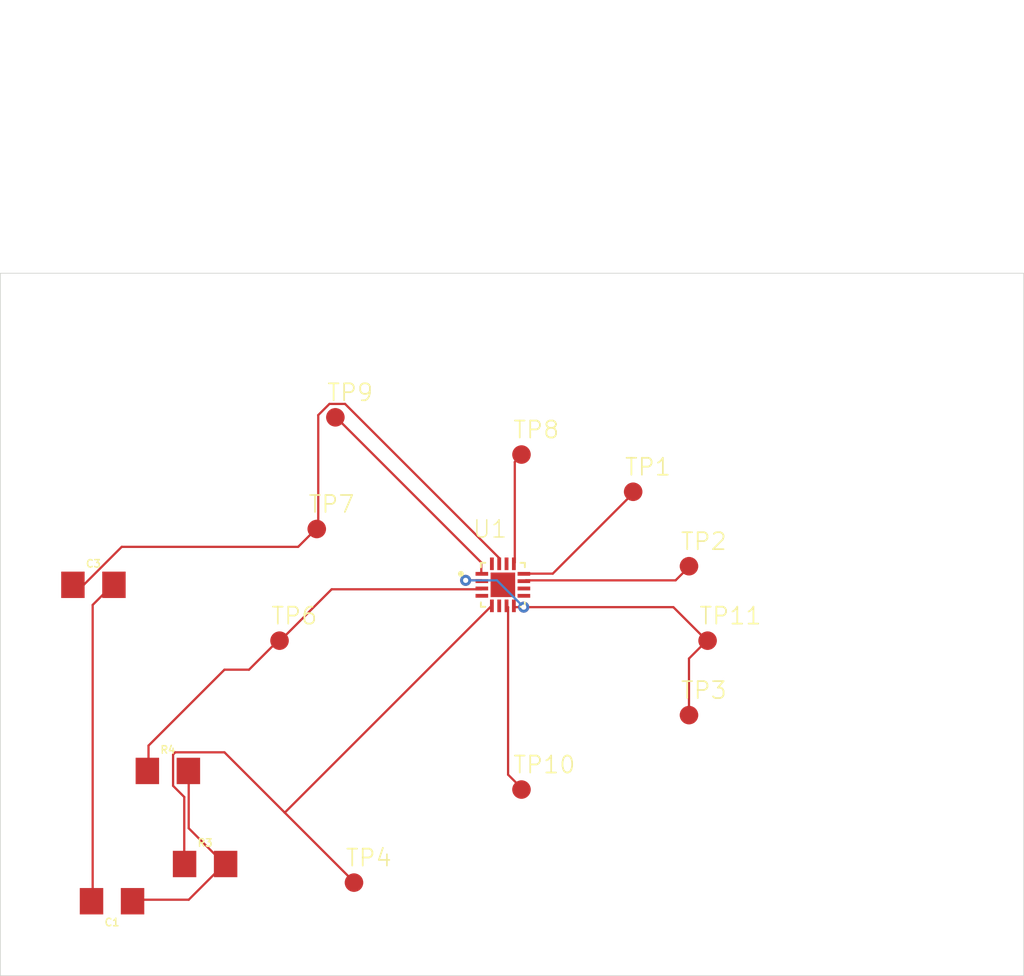
<source format=kicad_pcb>
(kicad_pcb (version 20240108) (generator "pcbnew") (generator_version "8.0")
  (layers (0 "F.Cu" signal) (31 "B.Cu" signal) (34 "B.Paste" user) (35 "F.Paste" user) (36 "B.SilkS" user "B.Silkscreen") (37 "F.SilkS" user "F.Silkscreen") (38 "B.Mask" user) (39 "F.Mask" user) (44 "Edge.Cuts" user))
  (net 0 "")
  (net 1 "N$2")
  (net 2 "N$3")
  (net 3 "SDA/MOSI")
  (net 4 "SCL/SCLK")
  (net 5 "VDD")
  (net 6 "VSS")
  (net 7 "N$7")
  (net 8 "N$8")
  (net 9 "GND")
  (net 10 "VDDIO")
  (net 11 "VDD_IO")
  (footprint "MLX90393:1206" (layer "F.Cu") (at 121.2061 123.8886 180)
    (property "Reference" "C1" (at 0 -1.143 0) (layer "F.SilkS") (effects (font (size 0.512064 0.512064) (thickness 0.097536)) (justify top)))
    (property "Value" "0.1u")
    (pad "1" smd rect (at -1.4 0 180) (size 1.6 1.8) (layers "F.Cu" "F.Paste" "F.Mask") (net 10 "VDDIO"))
    (pad "2" smd rect (at 1.4 0 180) (size 1.6 1.8) (layers "F.Cu" "F.Paste" "F.Mask") (net 9 "GND"))
  )
  (footprint "MLX90393:B1,27_385" (layer "F.Cu") (at 156.7661 95.9486)
    (property "Reference" "TP1" (at -0.635 -1.016 0) (layer "F.SilkS") (effects (font (size 1.1557 1.1557) (thickness 0.1143)) (justify left bottom)))
    (property "Value" "TPB1,27")
    (pad "TP" smd roundrect (at 0 0) (size 1.27 1.27) (layers "F.Cu" "F.Mask") (roundrect_rratio 0.5) (net 1 "N$2"))
  )
  (footprint "MLX90393:B1,27_385" (layer "F.Cu") (at 135.1761 98.4886)
    (property "Reference" "TP7" (at -0.635 -1.016 0) (layer "F.SilkS") (effects (font (size 1.1557 1.1557) (thickness 0.1143)) (justify left bottom)))
    (property "Value" "TPB1,27")
    (pad "TP" smd roundrect (at 0 0) (size 1.27 1.27) (layers "F.Cu" "F.Mask") (roundrect_rratio 0.5) (net 5 "VDD"))
  )
  (footprint "MLX90393:1206" (layer "F.Cu") (at 127.5561 121.3486)
    (property "Reference" "R3" (at 0 -1.143 0) (layer "F.SilkS") (effects (font (size 0.512064 0.512064) (thickness 0.097536)) (justify bottom)))
    (property "Value" "10k")
    (pad "1" smd rect (at -1.4 0) (size 1.6 1.8) (layers "F.Cu" "F.Paste" "F.Mask") (net 3 "SDA/MOSI"))
    (pad "2" smd rect (at 1.4 0) (size 1.6 1.8) (layers "F.Cu" "F.Paste" "F.Mask") (net 10 "VDDIO"))
  )
  (footprint "MLX90393:B1,27_385" (layer "F.Cu") (at 160.5761 101.0286)
    (property "Reference" "TP2" (at -0.635 -1.016 0) (layer "F.SilkS") (effects (font (size 1.1557 1.1557) (thickness 0.1143)) (justify left bottom)))
    (property "Value" "TPB1,27")
    (pad "TP" smd roundrect (at 0 0) (size 1.27 1.27) (layers "F.Cu" "F.Mask") (roundrect_rratio 0.5) (net 2 "N$3"))
  )
  (footprint "MLX90393:B1,27_385" (layer "F.Cu") (at 132.6361 106.1086)
    (property "Reference" "TP6" (at -0.635 -1.016 0) (layer "F.SilkS") (effects (font (size 1.1557 1.1557) (thickness 0.1143)) (justify left bottom)))
    (property "Value" "TPB1,27")
    (pad "TP" smd roundrect (at 0 0) (size 1.27 1.27) (layers "F.Cu" "F.Mask") (roundrect_rratio 0.5) (net 4 "SCL/SCLK"))
  )
  (footprint "MLX90393:B1,27_385" (layer "F.Cu") (at 149.1461 93.4086)
    (property "Reference" "TP8" (at -0.635 -1.016 0) (layer "F.SilkS") (effects (font (size 1.1557 1.1557) (thickness 0.1143)) (justify left bottom)))
    (property "Value" "TPB1,27")
    (pad "TP" smd roundrect (at 0 0) (size 1.27 1.27) (layers "F.Cu" "F.Mask") (roundrect_rratio 0.5) (net 6 "VSS"))
  )
  (footprint "MLX90393:B1,27_385" (layer "F.Cu") (at 161.8461 106.1086)
    (property "Reference" "TP11" (at -0.635 -1.016 0) (layer "F.SilkS") (effects (font (size 1.1557 1.1557) (thickness 0.1143)) (justify left bottom)))
    (property "Value" "TPB1,27")
    (pad "TP" smd roundrect (at 0 0) (size 1.27 1.27) (layers "F.Cu" "F.Mask") (roundrect_rratio 0.5) (net 11 "VDD_IO"))
  )
  (footprint "MLX90393:1206" (layer "F.Cu") (at 119.9361 102.2986)
    (property "Reference" "C3" (at 0 -1.143 0) (layer "F.SilkS") (effects (font (size 0.512064 0.512064) (thickness 0.097536)) (justify bottom)))
    (property "Value" "0.1u")
    (pad "1" smd rect (at -1.4 0) (size 1.6 1.8) (layers "F.Cu" "F.Paste" "F.Mask") (net 5 "VDD"))
    (pad "2" smd rect (at 1.4 0) (size 1.6 1.8) (layers "F.Cu" "F.Paste" "F.Mask") (net 9 "GND"))
  )
  (footprint "MLX90393:B1,27_385" (layer "F.Cu") (at 137.7161 122.6186)
    (property "Reference" "TP4" (at -0.635 -1.016 0) (layer "F.SilkS") (effects (font (size 1.1557 1.1557) (thickness 0.1143)) (justify left bottom)))
    (property "Value" "TPB1,27")
    (pad "TP" smd roundrect (at 0 0) (size 1.27 1.27) (layers "F.Cu" "F.Mask") (roundrect_rratio 0.5) (net 3 "SDA/MOSI"))
  )
  (footprint "MLX90393:B1,27_385" (layer "F.Cu") (at 149.1461 116.2686)
    (property "Reference" "TP10" (at -0.635 -1.016 0) (layer "F.SilkS") (effects (font (size 1.1557 1.1557) (thickness 0.1143)) (justify left bottom)))
    (property "Value" "TPB1,27")
    (pad "TP" smd roundrect (at 0 0) (size 1.27 1.27) (layers "F.Cu" "F.Mask") (roundrect_rratio 0.5) (net 8 "N$8"))
  )
  (footprint "MLX90393:1206" (layer "F.Cu") (at 125.0161 114.9986)
    (property "Reference" "R4" (at 0 -1.143 0) (layer "F.SilkS") (effects (font (size 0.512064 0.512064) (thickness 0.097536)) (justify bottom)))
    (property "Value" "10k")
    (pad "1" smd rect (at -1.4 0) (size 1.6 1.8) (layers "F.Cu" "F.Paste" "F.Mask") (net 4 "SCL/SCLK"))
    (pad "2" smd rect (at 1.4 0) (size 1.6 1.8) (layers "F.Cu" "F.Paste" "F.Mask") (net 10 "VDDIO"))
  )
  (footprint "MLX90393:QFN50P300X300X100-17N" (layer "F.Cu") (at 147.8761 102.2986)
    (property "Reference" "U1" (at -2.115 -3.115 0) (layer "F.SilkS") (effects (font (size 1.176528 1.176528) (thickness 0.093472)) (justify left bottom)))
    (property "Value" "MLX90393ELW-ABA-012-SP")
    (fp_line (start -1.5 -1.5) (end -1.5 -1.2) (stroke (width 0.127)) (layer "F.SilkS"))
    (fp_line (start -1.5 1.5) (end -1.5 1.2) (stroke (width 0.127)) (layer "F.SilkS"))
    (fp_line (start -1.5 1.5) (end -1.2 1.5) (stroke (width 0.127)) (layer "F.SilkS"))
    (fp_line (start -1.2 -1.5) (end -1.5 -1.5) (stroke (width 0.127)) (layer "F.SilkS"))
    (fp_line (start 1.2 1.5) (end 1.5 1.5) (stroke (width 0.127)) (layer "F.SilkS"))
    (fp_line (start 1.5 -1.5) (end 1.2 -1.5) (stroke (width 0.127)) (layer "F.SilkS"))
    (fp_line (start 1.5 -1.2) (end 1.5 -1.5) (stroke (width 0.127)) (layer "F.SilkS"))
    (fp_line (start 1.5 1.5) (end 1.5 1.2) (stroke (width 0.127)) (layer "F.SilkS"))
    (fp_circle (center -2.865 -0.75) (end -2.765 -0.75) (stroke (width 0.2)) (fill none) (layer "F.SilkS"))
    (pad "1" smd rect (at -1.435 -0.75) (size 0.86 0.26) (layers "F.Cu" "F.Paste" "F.Mask") (net 7 "N$7"))
    (pad "2" smd rect (at -1.435 -0.25) (size 0.86 0.26) (layers "F.Cu" "F.Paste" "F.Mask") (net 11 "VDD_IO"))
    (pad "3" smd rect (at -1.435 0.25) (size 0.86 0.26) (layers "F.Cu" "F.Paste" "F.Mask") (net 4 "SCL/SCLK"))
    (pad "4" smd rect (at -1.435 0.75) (size 0.86 0.26) (layers "F.Cu" "F.Paste" "F.Mask"))
    (pad "5" smd rect (at -0.75 1.435) (size 0.26 0.86) (layers "F.Cu" "F.Paste" "F.Mask") (net 3 "SDA/MOSI"))
    (pad "6" smd rect (at -0.25 1.435) (size 0.26 0.86) (layers "F.Cu" "F.Paste" "F.Mask"))
    (pad "7" smd rect (at 0.25 1.435) (size 0.26 0.86) (layers "F.Cu" "F.Paste" "F.Mask") (net 8 "N$8"))
    (pad "8" smd rect (at 0.75 1.435) (size 0.26 0.86) (layers "F.Cu" "F.Paste" "F.Mask") (net 11 "VDD_IO"))
    (pad "9" smd rect (at 1.435 0.75) (size 0.86 0.26) (layers "F.Cu" "F.Paste" "F.Mask"))
    (pad "10" smd rect (at 1.435 0.25) (size 0.86 0.26) (layers "F.Cu" "F.Paste" "F.Mask"))
    (pad "11" smd rect (at 1.435 -0.25) (size 0.86 0.26) (layers "F.Cu" "F.Paste" "F.Mask") (net 2 "N$3"))
    (pad "12" smd rect (at 1.435 -0.75) (size 0.86 0.26) (layers "F.Cu" "F.Paste" "F.Mask") (net 1 "N$2"))
    (pad "13" smd rect (at 0.75 -1.435) (size 0.26 0.86) (layers "F.Cu" "F.Paste" "F.Mask") (net 6 "VSS"))
    (pad "14" smd rect (at 0.25 -1.435) (size 0.26 0.86) (layers "F.Cu" "F.Paste" "F.Mask"))
    (pad "15" smd rect (at -0.25 -1.435) (size 0.26 0.86) (layers "F.Cu" "F.Paste" "F.Mask") (net 5 "VDD"))
    (pad "16" smd rect (at -0.75 -1.435) (size 0.26 0.86) (layers "F.Cu" "F.Paste" "F.Mask"))
    (pad "17" smd rect (at 0 0) (size 1.675 1.675) (layers "F.Cu" "F.Mask"))
  )
  (footprint "MLX90393:B1,27_385" (layer "F.Cu") (at 136.4461 90.8686)
    (property "Reference" "TP9" (at -0.635 -1.016 0) (layer "F.SilkS") (effects (font (size 1.1557 1.1557) (thickness 0.1143)) (justify left bottom)))
    (property "Value" "TPB1,27")
    (pad "TP" smd roundrect (at 0 0) (size 1.27 1.27) (layers "F.Cu" "F.Mask") (roundrect_rratio 0.5) (net 7 "N$7"))
  )
  (footprint "MLX90393:B1,27_385" (layer "F.Cu") (at 160.5761 111.1886)
    (property "Reference" "TP3" (at -0.635 -1.016 0) (layer "F.SilkS") (effects (font (size 1.1557 1.1557) (thickness 0.1143)) (justify left bottom)))
    (property "Value" "TPB1,27")
    (pad "TP" smd roundrect (at 0 0) (size 1.27 1.27) (layers "F.Cu" "F.Mask") (roundrect_rratio 0.5) (net 11 "VDD_IO"))
  )
  (gr_line (start 183.4161 81.0386) (end 113.5861 81.0386) (stroke (width 0.05)) (layer "Edge.Cuts"))
  (gr_line (start 183.4161 128.9686) (end 183.4161 81.0386) (stroke (width 0.05)) (layer "Edge.Cuts"))
  (gr_line (start 113.5861 81.0386) (end 113.5861 128.9686) (stroke (width 0.05)) (layer "Edge.Cuts"))
  (gr_line (start 113.5861 128.9686) (end 183.4161 128.9686) (stroke (width 0.05)) (layer "Edge.Cuts"))
  (segment (start 149.4509 101.5366) (end 149.3111 101.5486) (width 0.1524) (layer "F.Cu") (net 1))
  (segment (start 156.7661 96.0502) (end 156.7661 95.9486) (width 0.1524) (layer "F.Cu") (net 1))
  (segment (start 151.2797 101.5366) (end 149.4509 101.5366) (width 0.1524) (layer "F.Cu") (net 1))
  (segment (start 156.7661 96.0502) (end 151.2797 101.5366) (width 0.1524) (layer "F.Cu") (net 1))
  (segment (start 160.5761 101.0794) (end 159.6617 101.9938) (width 0.1524) (layer "F.Cu") (net 2))
  (segment (start 149.4509 101.9938) (end 149.3111 102.0486) (width 0.1524) (layer "F.Cu") (net 2))
  (segment (start 159.6617 101.9938) (end 149.4509 101.9938) (width 0.1524) (layer "F.Cu") (net 2))
  (segment (start 160.5761 101.0794) (end 160.5761 101.0286) (width 0.1524) (layer "F.Cu") (net 2))
  (segment (start 132.9917 117.8434) (end 128.8769 113.7286) (width 0.1524) (layer "F.Cu") (net 3))
  (segment (start 126.1337 116.7766) (end 126.1337 121.3486) (width 0.1524) (layer "F.Cu") (net 3))
  (segment (start 128.8769 113.7286) (end 125.5241 113.7286) (width 0.1524) (layer "F.Cu") (net 3))
  (segment (start 137.7161 122.5678) (end 137.7161 122.6186) (width 0.1524) (layer "F.Cu") (net 3))
  (segment (start 147.0125 103.8226) (end 147.1261 103.7336) (width 0.1524) (layer "F.Cu") (net 3))
  (segment (start 137.7161 122.5678) (end 132.9917 117.8434) (width 0.1524) (layer "F.Cu") (net 3))
  (segment (start 125.5241 113.7286) (end 125.3717 113.881) (width 0.1524) (layer "F.Cu") (net 3))
  (segment (start 126.1337 121.3486) (end 126.1561 121.3486) (width 0.1524) (layer "F.Cu") (net 3))
  (segment (start 125.3717 113.881) (end 125.3717 116.0146) (width 0.1524) (layer "F.Cu") (net 3))
  (segment (start 125.3717 116.0146) (end 126.1337 116.7766) (width 0.1524) (layer "F.Cu") (net 3))
  (segment (start 132.9917 117.8434) (end 147.0125 103.8226) (width 0.1524) (layer "F.Cu") (net 3))
  (segment (start 123.6953 113.2714) (end 123.6953 114.9478) (width 0.1524) (layer "F.Cu") (net 4))
  (segment (start 136.1921 102.6034) (end 146.4029 102.6034) (width 0.1524) (layer "F.Cu") (net 4))
  (segment (start 130.5533 108.0898) (end 128.8769 108.0898) (width 0.1524) (layer "F.Cu") (net 4))
  (segment (start 132.5345 106.1086) (end 132.6361 106.1086) (width 0.1524) (layer "F.Cu") (net 4))
  (segment (start 128.8769 108.0898) (end 123.6953 113.2714) (width 0.1524) (layer "F.Cu") (net 4))
  (segment (start 132.6869 106.1086) (end 136.1921 102.6034) (width 0.1524) (layer "F.Cu") (net 4))
  (segment (start 146.4029 102.6034) (end 146.4411 102.5486) (width 0.1524) (layer "F.Cu") (net 4))
  (segment (start 132.6869 106.1086) (end 132.6361 106.1086) (width 0.1524) (layer "F.Cu") (net 4))
  (segment (start 123.6953 114.9478) (end 123.6161 114.9986) (width 0.1524) (layer "F.Cu") (net 4))
  (segment (start 132.5345 106.1086) (end 130.5533 108.0898) (width 0.1524) (layer "F.Cu") (net 4))
  (segment (start 135.2777 90.7162) (end 136.0397 89.9542) (width 0.1524) (layer "F.Cu") (net 5))
  (segment (start 135.2777 98.4886) (end 135.1761 98.4886) (width 0.1524) (layer "F.Cu") (net 5))
  (segment (start 135.2777 98.4886) (end 135.2777 90.7162) (width 0.1524) (layer "F.Cu") (net 5))
  (segment (start 136.0397 89.9542) (end 137.1065 89.9542) (width 0.1524) (layer "F.Cu") (net 5))
  (segment (start 119.2757 102.2986) (end 118.5361 102.2986) (width 0.1524) (layer "F.Cu") (net 5))
  (segment (start 147.6221 100.4698) (end 147.6221 100.7746) (width 0.1524) (layer "F.Cu") (net 5))
  (segment (start 135.1253 98.4886) (end 133.9061 99.7078) (width 0.1524) (layer "F.Cu") (net 5))
  (segment (start 121.8665 99.7078) (end 119.2757 102.2986) (width 0.1524) (layer "F.Cu") (net 5))
  (segment (start 137.1065 89.9542) (end 147.6221 100.4698) (width 0.1524) (layer "F.Cu") (net 5))
  (segment (start 135.1253 98.4886) (end 135.1761 98.4886) (width 0.1524) (layer "F.Cu") (net 5))
  (segment (start 147.6221 100.7746) (end 147.6261 100.8636) (width 0.1524) (layer "F.Cu") (net 5))
  (segment (start 133.9061 99.7078) (end 121.8665 99.7078) (width 0.1524) (layer "F.Cu") (net 5))
  (segment (start 148.6889 100.7746) (end 148.6261 100.8636) (width 0.1524) (layer "F.Cu") (net 6))
  (segment (start 148.6889 93.9166) (end 148.6889 100.7746) (width 0.1524) (layer "F.Cu") (net 6))
  (segment (start 149.1461 93.4594) (end 149.1461 93.4086) (width 0.1524) (layer "F.Cu") (net 6))
  (segment (start 149.1461 93.4594) (end 148.6889 93.9166) (width 0.1524) (layer "F.Cu") (net 6))
  (segment (start 136.4969 90.8686) (end 146.4029 100.7746) (width 0.1524) (layer "F.Cu") (net 7))
  (segment (start 146.4029 101.5366) (end 146.4411 101.5486) (width 0.1524) (layer "F.Cu") (net 7))
  (segment (start 136.4969 90.8686) (end 136.4461 90.8686) (width 0.1524) (layer "F.Cu") (net 7))
  (segment (start 146.4029 100.7746) (end 146.4029 101.5366) (width 0.1524) (layer "F.Cu") (net 7))
  (segment (start 148.2317 103.8226) (end 148.1261 103.7336) (width 0.1524) (layer "F.Cu") (net 8))
  (segment (start 149.1461 116.167) (end 148.2317 115.2526) (width 0.1524) (layer "F.Cu") (net 8))
  (segment (start 149.1461 116.167) (end 149.1461 116.2686) (width 0.1524) (layer "F.Cu") (net 8))
  (segment (start 148.2317 115.2526) (end 148.2317 103.8226) (width 0.1524) (layer "F.Cu") (net 8))
  (segment (start 119.8853 123.787) (end 119.8061 123.8886) (width 0.1524) (layer "F.Cu") (net 9))
  (segment (start 121.2569 102.2986) (end 119.8853 103.6702) (width 0.1524) (layer "F.Cu") (net 9))
  (segment (start 119.8853 103.6702) (end 119.8853 123.787) (width 0.1524) (layer "F.Cu") (net 9))
  (segment (start 121.2569 102.2986) (end 121.3361 102.2986) (width 0.1524) (layer "F.Cu") (net 9))
  (segment (start 126.4385 123.787) (end 122.6285 123.787) (width 0.1524) (layer "F.Cu") (net 10))
  (segment (start 126.4385 118.9102) (end 126.4385 115.1002) (width 0.1524) (layer "F.Cu") (net 10))
  (segment (start 126.4385 115.1002) (end 126.4161 114.9986) (width 0.1524) (layer "F.Cu") (net 10))
  (segment (start 128.8769 121.3486) (end 128.9561 121.3486) (width 0.1524) (layer "F.Cu") (net 10))
  (segment (start 128.8769 121.3486) (end 126.4385 118.9102) (width 0.1524) (layer "F.Cu") (net 10))
  (segment (start 122.6285 123.787) (end 122.6061 123.8886) (width 0.1524) (layer "F.Cu") (net 10))
  (segment (start 128.8769 121.3486) (end 126.4385 123.787) (width 0.1524) (layer "F.Cu") (net 10))
  (segment (start 161.7953 106.1086) (end 160.5761 107.3278) (width 0.1524) (layer "F.Cu") (net 11))
  (segment (start 160.5761 107.3278) (end 160.5761 111.1886) (width 0.1524) (layer "F.Cu") (net 11))
  (segment (start 145.3361 101.9938) (end 146.4029 101.9938) (width 0.1524) (layer "F.Cu") (net 11))
  (segment (start 146.4029 101.9938) (end 146.4411 102.0486) (width 0.1524) (layer "F.Cu") (net 11))
  (segment (start 148.6889 103.8226) (end 148.6261 103.7336) (width 0.1524) (layer "F.Cu") (net 11))
  (segment (start 159.5093 103.8226) (end 149.2985 103.8226) (width 0.1524) (layer "F.Cu") (net 11))
  (segment (start 161.7953 106.1086) (end 159.5093 103.8226) (width 0.1524) (layer "F.Cu") (net 11))
  (segment (start 161.7953 106.1086) (end 161.8461 106.1086) (width 0.1524) (layer "F.Cu") (net 11))
  (segment (start 149.2985 103.8226) (end 148.6889 103.8226) (width 0.1524) (layer "F.Cu") (net 11))
  (via (at 145.3361 101.9938) (size 0.7564) (drill 0.35) (layers "F.Cu" "B.Cu") (net 11))
  (via (at 149.2985 103.8226) (size 0.7564) (drill 0.35) (layers "F.Cu" "B.Cu") (net 11))
  (segment (start 147.4697 101.9938) (end 145.3361 101.9938) (width 0.1524) (layer "B.Cu") (net 11))
  (segment (start 149.2985 103.8226) (end 147.4697 101.9938) (width 0.1524) (layer "B.Cu") (net 11))
)
</source>
